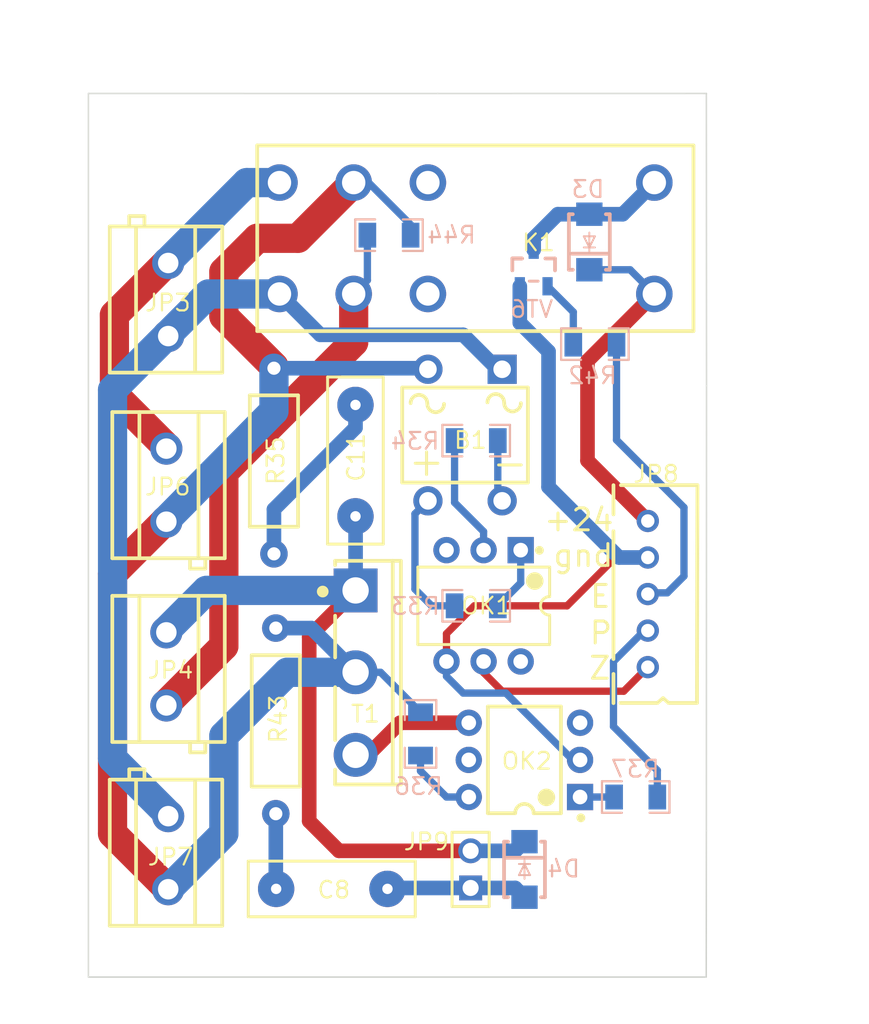
<source format=kicad_pcb>
(kicad_pcb (version 20211014) (generator pcbnew)
  (layers (0 "F.Cu" signal) (31 "B.Cu" signal) (34 "B.Paste" user) (35 "F.Paste" user) (36 "B.SilkS" user "B.Silkscreen") (37 "F.SilkS" user "F.Silkscreen") (38 "B.Mask" user) (39 "F.Mask" user) (44 "Edge.Cuts" user))
  (net 0 "")
  (net 1 "AC1_IN")
  (net 2 "HOT_GUN_AC2")
  (net 3 "AC1")
  (net 4 "GND")
  (net 5 "AC_ZERO")
  (net 6 "T1_1")
  (net 7 "T1_3")
  (net 8 "+24V")
  (net 9 "HOT_GUN_ENABLE")
  (net 10 "AC2")
  (net 11 "K1_8")
  (net 12 "GUN_POWER")
  (net 13 "OK2_6")
  (net 14 "OK1_1")
  (net 15 "B1_3")
  (net 16 "OK1_2")
  (net 17 "B1_4")
  (net 18 "VT6_2")
  (net 19 "R35_1")
  (net 20 "JP9_1")
  (net 21 "R43_1")
  (net 22 "OK2_1")
  (footprint "easyeda:R1206" (layer "F.Cu") (at 123.81 70.774 180)
    (fp_text reference "R42" (at -1.6 -2.153) (layer "B.SilkS") (effects (font (size 1.143 1.143) (thickness 0.152)) (justify left mirror)))
    (fp_text value "1k" hide)
    (fp_line (start 2.311 1.079) (end 2.311 -1.079) (layer "B.SilkS") (width 0.152))
    (fp_line (start -0.951 1.079) (end -2.311 1.079) (layer "B.SilkS") (width 0.152))
    (fp_line (start 0.951 1.079) (end 2.311 1.079) (layer "B.SilkS") (width 0.152))
    (fp_line (start -2.311 1.079) (end -2.311 -1.079) (layer "B.SilkS") (width 0.152))
    (fp_line (start 2.311 -1.079) (end 0.951 -1.079) (layer "B.SilkS") (width 0.152))
    (fp_line (start -2.311 -1.079) (end -0.951 -1.079) (layer "B.SilkS") (width 0.152))
    (pad "1" smd rect locked (at 1.479 0 180) (size 1.208 1.701) (layers "B.Cu" "B.Paste" "B.Mask") (net 18 "VT6_2"))
    (pad "2" smd rect locked (at -1.479 0 180) (size 1.208 1.701) (layers "B.Cu" "B.Paste" "B.Mask") (net 9 "HOT_GUN_ENABLE"))
  )
  (footprint "AutoGenerated:MountingHole_3.20mm" (layer "F.Cu") (at 125.969 108.619)
    (fp_text reference "" (at 0 0) (layer "F.SilkS") (effects (font (size 1.27 1.27))))
    (fp_text value "" (at 0 0) (layer "F.SilkS") (effects (font (size 1.27 1.27))))
    (pad "" np_thru_hole circle locked (at 0 0) (size 3.2 3.2) (drill 3.2) (layers *.Cu *.Mask))
  )
  (footprint "easyeda:RAD-0.3" (layer "F.Cu") (at 107.42 78.747 -90)
    (fp_text reference "C11" (at 1.542 -0.04 90) (layer "F.SilkS") (effects (font (size 1.143 1.143) (thickness 0.152)) (justify left)))
    (fp_text value "10nF" hide)
    (fp_line (start -5.72 -1.9) (end 5.71 -1.9) (layer "F.SilkS") (width 0.201))
    (fp_line (start -5.72 1.91) (end -5.72 -1.9) (layer "F.SilkS") (width 0.201))
    (fp_line (start 5.71 1.91) (end -5.72 1.91) (layer "F.SilkS") (width 0.201))
    (fp_line (start 5.71 -1.9) (end 5.71 1.91) (layer "F.SilkS") (width 0.201))
    (pad "1" thru_hole circle locked (at 3.81 0 90) (size 2.489 2.489) (drill 0.711) (layers *.Cu *.Paste *.Mask) (net 6 "T1_1"))
    (pad "2" thru_hole circle locked (at -3.81 0 90) (size 2.489 2.489) (drill 0.711) (layers *.Cu *.Paste *.Mask) (net 19 "R35_1"))
  )
  (footprint "easyeda:R1206" (layer "F.Cu") (at 115.682 88.681 180)
    (fp_text reference "R33" (at 2.392 -0.026) (layer "B.SilkS") (effects (font (size 1.143 1.143) (thickness 0.152)) (justify left mirror)))
    (fp_text value "43k" hide)
    (fp_line (start 2.311 1.079) (end 2.311 -1.079) (layer "B.SilkS") (width 0.152))
    (fp_line (start -2.311 1.079) (end -2.311 -1.079) (layer "B.SilkS") (width 0.152))
    (fp_line (start 2.311 -1.079) (end 0.951 -1.079) (layer "B.SilkS") (width 0.152))
    (fp_line (start -0.951 1.079) (end -2.311 1.079) (layer "B.SilkS") (width 0.152))
    (fp_line (start 0.951 1.079) (end 2.311 1.079) (layer "B.SilkS") (width 0.152))
    (fp_line (start -2.311 -1.079) (end -0.951 -1.079) (layer "B.SilkS") (width 0.152))
    (pad "1" smd rect locked (at 1.479 0 180) (size 1.208 1.701) (layers "B.Cu" "B.Paste" "B.Mask") (net 15 "B1_3"))
    (pad "2" smd rect locked (at -1.479 0 180) (size 1.208 1.701) (layers "B.Cu" "B.Paste" "B.Mask") (net 14 "OK1_1"))
  )
  (footprint "easyeda:R1206" (layer "F.Cu") (at 109.713 63.321 180)
    (fp_text reference "R44" (at -6.037 0.014) (layer "B.SilkS") (effects (font (size 1.143 1.143) (thickness 0.152)) (justify left mirror)))
    (fp_text value "1M" hide)
    (fp_line (start -2.311 1.079) (end -2.311 -1.079) (layer "B.SilkS") (width 0.152))
    (fp_line (start -0.951 1.079) (end -2.311 1.079) (layer "B.SilkS") (width 0.152))
    (fp_line (start 2.311 -1.079) (end 0.951 -1.079) (layer "B.SilkS") (width 0.152))
    (fp_line (start -2.311 -1.079) (end -0.951 -1.079) (layer "B.SilkS") (width 0.152))
    (fp_line (start 0.951 1.079) (end 2.311 1.079) (layer "B.SilkS") (width 0.152))
    (fp_line (start 2.311 1.079) (end 2.311 -1.079) (layer "B.SilkS") (width 0.152))
    (pad "1" smd rect locked (at 1.479 0 180) (size 1.208 1.701) (layers "B.Cu" "B.Paste" "B.Mask") (net 2 "HOT_GUN_AC2"))
    (pad "2" smd rect locked (at -1.479 0 180) (size 1.208 1.701) (layers "B.Cu" "B.Paste" "B.Mask") (net 1 "AC1_IN"))
  )
  (footprint "easyeda:R1206" (layer "F.Cu") (at 115.682 77.378)
    (fp_text reference "R34" (at -2.422 0.029) (layer "B.SilkS") (effects (font (size 1.143 1.143) (thickness 0.152)) (justify left mirror)))
    (fp_text value "43k" hide)
    (fp_line (start 2.311 -1.079) (end 0.951 -1.079) (layer "B.SilkS") (width 0.152))
    (fp_line (start -0.951 1.079) (end -2.311 1.079) (layer "B.SilkS") (width 0.152))
    (fp_line (start -2.311 -1.079) (end -0.951 -1.079) (layer "B.SilkS") (width 0.152))
    (fp_line (start 2.311 1.079) (end 2.311 -1.079) (layer "B.SilkS") (width 0.152))
    (fp_line (start 0.951 1.079) (end 2.311 1.079) (layer "B.SilkS") (width 0.152))
    (fp_line (start -2.311 1.079) (end -2.311 -1.079) (layer "B.SilkS") (width 0.152))
    (pad "1" smd rect locked (at 1.479 0) (size 1.208 1.701) (layers "B.Cu" "B.Paste" "B.Mask") (net 17 "B1_4"))
    (pad "2" smd rect locked (at -1.479 0) (size 1.208 1.701) (layers "B.Cu" "B.Paste" "B.Mask") (net 16 "OK1_2"))
  )
  (footprint "easyeda:RELAY-HT14FD-SHG" (layer "F.Cu") (at 115.047 63.534 180)
    (fp_text reference "K1" (at -3.683 -0.294) (layer "F.SilkS") (effects (font (size 1.143 1.143) (thickness 0.152)) (justify left)))
    (fp_text value "RTE24024" hide)
    (fp_line (start -15.509 -6.35) (end -15.509 6.35) (layer "F.SilkS") (width 0.254))
    (fp_line (start -15.509 -6.35) (end 14.354 -6.35) (layer "F.SilkS") (width 0.254))
    (fp_line (start -15.509 6.35) (end 14.354 6.35) (layer "F.SilkS") (width 0.254))
    (fp_line (start 14.354 -6.35) (end 14.354 6.35) (layer "F.SilkS") (width 0.254))
    (pad "1" thru_hole circle locked (at -12.83 -3.81 180) (size 2.5 2.5) (drill 1.6) (layers *.Cu *.Paste *.Mask) (net 8 "+24V"))
    (pad "2" thru_hole circle locked (at 2.67 -3.81 180) (size 2.5 2.5) (drill 1.6) (layers *.Cu *.Paste *.Mask))
    (pad "3" thru_hole circle locked (at 7.75 -3.81 180) (size 2.5 2.5) (drill 1.6) (layers *.Cu *.Paste *.Mask) (net 2 "HOT_GUN_AC2"))
    (pad "4" thru_hole circle locked (at 12.83 -3.81 180) (size 2.5 2.5) (drill 1.6) (layers *.Cu *.Paste *.Mask) (net 10 "AC2"))
    (pad "5" thru_hole circle locked (at 12.83 3.81 180) (size 2.5 2.5) (drill 1.6) (layers *.Cu *.Paste *.Mask) (net 3 "AC1"))
    (pad "6" thru_hole circle locked (at 7.75 3.81 180) (size 2.5 2.5) (drill 1.6) (layers *.Cu *.Paste *.Mask) (net 1 "AC1_IN"))
    (pad "7" thru_hole circle locked (at 2.67 3.81 180) (size 2.5 2.5) (drill 1.6) (layers *.Cu *.Paste *.Mask))
    (pad "8" thru_hole circle locked (at -12.83 3.81 180) (size 2.5 2.5) (drill 1.6) (layers *.Cu *.Paste *.Mask) (net 11 "K1_8"))
  )
  (footprint "easyeda:DIP-6_L8.5-W6.4-P2.54-LS7.6-BL" (layer "F.Cu") (at 116.19 88.681 180)
    (fp_text reference "OK1" (at 1.62 0.004) (layer "F.SilkS") (effects (font (size 1.143 1.143) (thickness 0.152)) (justify left)))
    (fp_text value "4N25M" hide)
    (fp_line (start 4.501 2.649) (end -4.524 2.649) (layer "F.SilkS") (width 0.2))
    (fp_line (start -4.524 -0.635) (end -4.524 -2.649) (layer "F.SilkS") (width 0.2))
    (fp_line (start 4.501 -2.649) (end 4.501 2.649) (layer "F.SilkS") (width 0.2))
    (fp_line (start -4.524 -2.649) (end 4.501 -2.649) (layer "F.SilkS") (width 0.2))
    (fp_line (start -4.524 2.649) (end -4.524 0.635) (layer "F.SilkS") (width 0.2))
    (fp_arc (start -3.8 1.694) (mid -3.199985 1.697485) (end -3.800008 1.699079) (layer "F.SilkS") (width 0.6))
    (fp_arc (start -3.97 3.797) (mid -3.669989 3.799688) (end -3.970012 3.79954) (layer "F.SilkS") (width 0.3))
    (fp_arc (start -4.524 -0.635) (mid -3.889 0) (end -4.524 0.635) (layer "F.SilkS") (width 0.2))
    (pad "1" thru_hole rect locked (at -2.54 3.81 270) (size 1.8 1.8) (drill 1) (layers *.Cu *.Paste *.Mask) (net 14 "OK1_1"))
    (pad "2" thru_hole circle locked (at 0 3.81 270) (size 1.8 1.8) (drill 1) (layers *.Cu *.Paste *.Mask) (net 16 "OK1_2"))
    (pad "3" thru_hole circle locked (at 2.54 3.81 270) (size 1.8 1.8) (drill 1) (layers *.Cu *.Paste *.Mask))
    (pad "4" thru_hole circle locked (at 2.54 -3.81 270) (size 1.8 1.8) (drill 1) (layers *.Cu *.Paste *.Mask) (net 4 "GND"))
    (pad "5" thru_hole circle locked (at 0 -3.81 270) (size 1.8 1.8) (drill 1) (layers *.Cu *.Paste *.Mask) (net 5 "AC_ZERO"))
    (pad "6" thru_hole circle locked (at -2.54 -3.81 270) (size 1.8 1.8) (drill 1) (layers *.Cu *.Paste *.Mask))
  )
  (footprint "easyeda:SOT-23-3_L2.9-W1.3-P1.90-LS2.4-TR" (layer "F.Cu") (at 119.619 65.567 90)
    (fp_text reference "VT6" (at -2.82 1.431) (layer "B.SilkS") (effects (font (size 1.143 1.143) (thickness 0.152)) (justify left mirror)))
    (fp_text value "2N2222" hide)
    (fp_line (start -0.9 0.3) (end -0.9 -0.3) (layer "B.SilkS") (width 0.2))
    (fp_line (start 0.65 -1.46) (end -0.165 -1.46) (layer "B.SilkS") (width 0.254))
    (fp_line (start -0.165 1.46) (end 0.65 1.46) (layer "B.SilkS") (width 0.254))
    (fp_line (start 0.65 -0.8) (end 0.65 -1.46) (layer "B.SilkS") (width 0.254))
    (fp_line (start 0.65 -0.8) (end 0.65 -1.46) (layer "B.SilkS") (width 0.254))
    (fp_line (start 0.65 -1.46) (end 0.65 -0.8) (layer "B.SilkS") (width 0.254))
    (fp_line (start 0.65 1.46) (end 0.65 0.8) (layer "B.SilkS") (width 0.254))
    (pad "1" smd rect locked (at -1.25 -0.95 180) (size 0.7 1.25) (layers "B.Cu" "B.Paste" "B.Mask") (net 4 "GND"))
    (pad "2" smd rect locked (at -1.25 0.95 180) (size 0.7 1.25) (layers "B.Cu" "B.Paste" "B.Mask") (net 18 "VT6_2"))
    (pad "3" smd rect locked (at 1.25 0 180) (size 0.7 1.25) (layers "B.Cu" "B.Paste" "B.Mask") (net 11 "K1_8"))
  )
  (footprint "AutoGenerated:MountingHole_3.20mm" (layer "F.Cu") (at 94.473 58.835)
    (fp_text reference "" (at 0 0) (layer "F.SilkS") (effects (font (size 1.27 1.27))))
    (fp_text value "" (at 0 0) (layer "F.SilkS") (effects (font (size 1.27 1.27))))
    (pad "" np_thru_hole circle locked (at 0 0) (size 3.2 3.2) (drill 3.2) (layers *.Cu *.Mask))
  )
  (footprint "easyeda:DIO-BG-TH_DF" (layer "F.Cu") (at 114.92 76.997 -90)
    (fp_text reference "B1" (at 0.35 0.85) (layer "F.SilkS") (effects (font (size 1.143 1.143) (thickness 0.152)) (justify left)))
    (fp_text value "-" (at 1.89 -1.679) (layer "F.SilkS") (effects (font (size 2.032 2.032) (thickness 0.203)) (justify left)))
    (fp_line (start -3.25 4.3) (end 3.25 4.3) (layer "F.SilkS") (width 0.254))
    (fp_line (start 3.25 -4.3) (end 3.25 4.3) (layer "F.SilkS") (width 0.254))
    (fp_line (start -3.25 -4.3) (end -3.25 4.3) (layer "F.SilkS") (width 0.254))
    (fp_line (start -3.25 -4.3) (end 3.25 -4.3) (layer "F.SilkS") (width 0.254))
    (fp_arc (start -2.181 3.726) (mid -2.75 3.157) (end -2.181 2.588) (layer "F.SilkS") (width 0.254))
    (fp_arc (start -2.182 -3.82) (mid -1.613 -3.251) (end -2.182 -2.682) (layer "F.SilkS") (width 0.254))
    (fp_arc (start -2.234 -1.534) (mid -2.803 -2.103) (end -2.234 -2.672) (layer "F.SilkS") (width 0.254))
    (fp_arc (start -2.13 1.44) (mid -1.561 2.009) (end -2.13 2.578) (layer "F.SilkS") (width 0.254))
    (pad "1" thru_hole rect locked (at -4.5 -2.54 270) (size 2 2) (drill 1.2) (layers *.Cu *.Paste *.Mask) (net 10 "AC2"))
    (pad "2" thru_hole circle locked (at -4.501 2.54 270) (size 2 2) (drill 1.2) (layers *.Cu *.Paste *.Mask) (net 1 "AC1_IN"))
    (pad "3" thru_hole circle locked (at 4.501 2.54 270) (size 2 2) (drill 1.2) (layers *.Cu *.Paste *.Mask) (net 15 "B1_3"))
    (pad "4" thru_hole circle locked (at 4.501 -2.54 270) (size 2 2) (drill 1.2) (layers *.Cu *.Paste *.Mask) (net 17 "B1_4"))
  )
  (footprint "easyeda:R1206" (layer "F.Cu") (at 126.604 101.762 180)
    (fp_text reference "R37" (at -1.726 1.925) (layer "B.SilkS") (effects (font (size 1.143 1.143) (thickness 0.152)) (justify left mirror)))
    (fp_text value "220" hide)
    (fp_line (start 0.951 1.079) (end 2.311 1.079) (layer "B.SilkS") (width 0.152))
    (fp_line (start -2.311 1.079) (end -2.311 -1.079) (layer "B.SilkS") (width 0.152))
    (fp_line (start 2.311 1.079) (end 2.311 -1.079) (layer "B.SilkS") (width 0.152))
    (fp_line (start -2.311 -1.079) (end -0.951 -1.079) (layer "B.SilkS") (width 0.152))
    (fp_line (start -0.951 1.079) (end -2.311 1.079) (layer "B.SilkS") (width 0.152))
    (fp_line (start 2.311 -1.079) (end 0.951 -1.079) (layer "B.SilkS") (width 0.152))
    (pad "1" smd rect locked (at 1.479 0 180) (size 1.208 1.701) (layers "B.Cu" "B.Paste" "B.Mask") (net 22 "OK2_1"))
    (pad "2" smd rect locked (at -1.479 0 180) (size 1.208 1.701) (layers "B.Cu" "B.Paste" "B.Mask") (net 12 "GUN_POWER"))
  )
  (footprint "easyeda:CONN-TH_P5.00_KF301-5.0-2P" (layer "F.Cu") (at 94.6 67.725 90)
    (fp_text reference "JP3" (at -0.222 -1.67) (layer "F.SilkS") (effects (font (size 1.143 1.143) (thickness 0.152)) (justify left)))
    (fp_text value "220v" hide)
    (fp_line (start 5.08 -2.667) (end 5.708 -2.667) (layer "F.SilkS") (width 0.254))
    (fp_line (start -5 -2.201) (end 5 -2.201) (layer "F.SilkS") (width 0.254))
    (fp_line (start 5.708 -1.626) (end 5.08 -1.626) (layer "F.SilkS") (width 0.254))
    (fp_line (start -5 1.845) (end 5 1.845) (layer "F.SilkS") (width 0.254))
    (fp_line (start 5 -4) (end 5 3.7) (layer "F.SilkS") (width 0.254))
    (fp_line (start -5 -4) (end 5 -4) (layer "F.SilkS") (width 0.254))
    (fp_line (start -5 -4) (end -5 3.7) (layer "F.SilkS") (width 0.254))
    (fp_line (start 5.708 -2.667) (end 5.708 -1.626) (layer "F.SilkS") (width 0.254))
    (fp_line (start -5 3.7) (end 5 3.7) (layer "F.SilkS") (width 0.254))
    (pad "1" thru_hole circle locked (at -2.5 0 90) (size 2.2 2.2) (drill 1.4) (layers *.Cu *.Paste *.Mask) (net 10 "AC2"))
    (pad "2" thru_hole circle locked (at 2.5 0 90) (size 2.2 2.2) (drill 1.4) (layers *.Cu *.Paste *.Mask) (net 3 "AC1"))
  )
  (footprint "easyeda:R1206" (layer "F.Cu") (at 111.872 97.444 90)
    (fp_text reference "R36" (at -3.583 1.618) (layer "B.SilkS") (effects (font (size 1.143 1.143) (thickness 0.152)) (justify left mirror)))
    (fp_text value "330" hide)
    (fp_line (start 2.311 1.079) (end 2.311 -1.079) (layer "B.SilkS") (width 0.152))
    (fp_line (start 2.311 -1.079) (end 0.951 -1.079) (layer "B.SilkS") (width 0.152))
    (fp_line (start 0.951 1.079) (end 2.311 1.079) (layer "B.SilkS") (width 0.152))
    (fp_line (start -0.951 1.079) (end -2.311 1.079) (layer "B.SilkS") (width 0.152))
    (fp_line (start -2.311 -1.079) (end -0.951 -1.079) (layer "B.SilkS") (width 0.152))
    (fp_line (start -2.311 1.079) (end -2.311 -1.079) (layer "B.SilkS") (width 0.152))
    (pad "1" smd rect locked (at 1.479 0 90) (size 1.208 1.701) (layers "B.Cu" "B.Paste" "B.Mask") (net 1 "AC1_IN"))
    (pad "2" smd rect locked (at -1.479 0 90) (size 1.208 1.701) (layers "B.Cu" "B.Paste" "B.Mask") (net 13 "OK2_6"))
  )
  (footprint "easyeda:DIP-6_L7.3-W6.5-P2.54-LS7.6-BL" (layer "F.Cu") (at 118.984 99.222 90)
    (fp_text reference "OK2" (at -0.075 -1.654) (layer "F.SilkS") (effects (font (size 1.143 1.143) (thickness 0.152)) (justify left)))
    (fp_text value "MOC3052" hide)
    (fp_line (start 3.65 -2.5) (end 3.65 2.5) (layer "F.SilkS") (width 0.254))
    (fp_line (start -3.65 0.635) (end -3.65 2.5) (layer "F.SilkS") (width 0.254))
    (fp_line (start -3.65 -0.635) (end -3.65 -2.5) (layer "F.SilkS") (width 0.254))
    (fp_line (start -3.65 2.5) (end 3.65 2.5) (layer "F.SilkS") (width 0.254))
    (fp_line (start -3.65 -2.5) (end 3.65 -2.5) (layer "F.SilkS") (width 0.254))
    (fp_arc (start -2.865 1.496) (mid -2.264985 1.499485) (end -2.865008 1.501079) (layer "F.SilkS") (width 0.6))
    (fp_arc (start -4.115 3.858) (mid -3.814989 3.860688) (end -4.115012 3.86054) (layer "F.SilkS") (width 0.3))
    (fp_arc (start -3.65 -0.635) (mid -3.015 0) (end -3.65 0.635) (layer "F.SilkS") (width 0.254))
    (pad "1" thru_hole rect locked (at -2.54 3.81 180) (size 1.8 1.8) (drill 1) (layers *.Cu *.Paste *.Mask) (net 22 "OK2_1"))
    (pad "2" thru_hole circle locked (at 0 3.81 180) (size 1.8 1.8) (drill 1) (layers *.Cu *.Paste *.Mask) (net 4 "GND"))
    (pad "3" thru_hole circle locked (at 2.54 3.81 180) (size 1.8 1.8) (drill 1) (layers *.Cu *.Paste *.Mask))
    (pad "4" thru_hole circle locked (at 2.54 -3.81 180) (size 1.8 1.8) (drill 1) (layers *.Cu *.Paste *.Mask) (net 7 "T1_3"))
    (pad "5" thru_hole circle locked (at 0 -3.81 180) (size 1.8 1.8) (drill 1) (layers *.Cu *.Paste *.Mask))
    (pad "6" thru_hole circle locked (at -2.54 -3.81 180) (size 1.8 1.8) (drill 1) (layers *.Cu *.Paste *.Mask) (net 13 "OK2_6"))
  )
  (footprint "easyeda:CONN-TH_P5.00_KF301-5.0-2P" (layer "F.Cu") (at 94.473 92.998 -90)
    (fp_text reference "JP4" (at 0.079 1.363) (layer "F.SilkS") (effects (font (size 1.143 1.143) (thickness 0.152)) (justify left)))
    (fp_text value "GUN" hide)
    (fp_line (start -5 -2.201) (end 5 -2.201) (layer "F.SilkS") (width 0.254))
    (fp_line (start 5.08 -2.667) (end 5.708 -2.667) (layer "F.SilkS") (width 0.254))
    (fp_line (start -5 3.7) (end 5 3.7) (layer "F.SilkS") (width 0.254))
    (fp_line (start 5 -4) (end 5 3.7) (layer "F.SilkS") (width 0.254))
    (fp_line (start -5 -4) (end -5 3.7) (layer "F.SilkS") (width 0.254))
    (fp_line (start 5.708 -1.626) (end 5.08 -1.626) (layer "F.SilkS") (width 0.254))
    (fp_line (start 5.708 -2.667) (end 5.708 -1.626) (layer "F.SilkS") (width 0.254))
    (fp_line (start -5 -4) (end 5 -4) (layer "F.SilkS") (width 0.254))
    (fp_line (start -5 1.845) (end 5 1.845) (layer "F.SilkS") (width 0.254))
    (pad "1" thru_hole circle locked (at -2.5 0 270) (size 2.2 2.2) (drill 1.4) (layers *.Cu *.Paste *.Mask) (net 6 "T1_1"))
    (pad "2" thru_hole circle locked (at 2.5 0 270) (size 2.2 2.2) (drill 1.4) (layers *.Cu *.Paste *.Mask) (net 2 "HOT_GUN_AC2"))
  )
  (footprint "easyeda:CONN-TH_P5.00_KF301-5.0-2P" (layer "F.Cu") (at 94.6 105.571 90)
    (fp_text reference "JP7" (at -0.286 -1.49) (layer "F.SilkS") (effects (font (size 1.143 1.143) (thickness 0.152)) (justify left)))
    (fp_text value "TO AC-DC 24v" hide)
    (fp_line (start -5 1.845) (end 5 1.845) (layer "F.SilkS") (width 0.254))
    (fp_line (start 5 -4) (end 5 3.7) (layer "F.SilkS") (width 0.254))
    (fp_line (start 5.08 -2.667) (end 5.708 -2.667) (layer "F.SilkS") (width 0.254))
    (fp_line (start -5 -4) (end -5 3.7) (layer "F.SilkS") (width 0.254))
    (fp_line (start -5 3.7) (end 5 3.7) (layer "F.SilkS") (width 0.254))
    (fp_line (start 5.708 -2.667) (end 5.708 -1.626) (layer "F.SilkS") (width 0.254))
    (fp_line (start -5 -4) (end 5 -4) (layer "F.SilkS") (width 0.254))
    (fp_line (start -5 -2.201) (end 5 -2.201) (layer "F.SilkS") (width 0.254))
    (fp_line (start 5.708 -1.626) (end 5.08 -1.626) (layer "F.SilkS") (width 0.254))
    (pad "1" thru_hole circle locked (at -2.5 0 90) (size 2.2 2.2) (drill 1.4) (layers *.Cu *.Paste *.Mask) (net 1 "AC1_IN"))
    (pad "2" thru_hole circle locked (at 2.5 0 90) (size 2.2 2.2) (drill 1.4) (layers *.Cu *.Paste *.Mask) (net 10 "AC2"))
  )
  (footprint "easyeda:R_AXIAL-0.5" (layer "F.Cu") (at 101.966 96.554 90)
    (fp_text reference "R43" (at -1.633 0.164 90) (layer "F.SilkS") (effects (font (size 1.143 1.143) (thickness 0.152)) (justify left)))
    (fp_text value "1.8k" hide)
    (fp_line (start 4.496 1.651) (end -4.496 1.651) (layer "F.SilkS") (width 0.254))
    (fp_line (start 4.496 -1.651) (end 4.496 1.651) (layer "F.SilkS") (width 0.254))
    (fp_line (start -4.496 -1.651) (end 4.496 -1.651) (layer "F.SilkS") (width 0.254))
    (fp_line (start -4.496 1.651) (end -4.496 -1.651) (layer "F.SilkS") (width 0.254))
    (pad "1" thru_hole circle locked (at -6.35 0 90) (size 1.88 1.88) (drill 0.899) (layers *.Cu *.Paste *.Mask) (net 21 "R43_1"))
    (pad "2" thru_hole circle locked (at 6.35 0 90) (size 1.88 1.88) (drill 0.899) (layers *.Cu *.Paste *.Mask) (net 1 "AC1_IN"))
  )
  (footprint "easyeda:SMAF_L3.5-W2.6-LS4.7-RD" (layer "F.Cu") (at 118.99 106.717 90)
    (fp_text reference "D4" (at 0.048 3.893) (layer "B.SilkS") (effects (font (size 1.143 1.143) (thickness 0.152)) (justify left mirror)))
    (fp_text value "1N4001F" hide)
    (fp_line (start 0.374 0) (end 0.374 0.381) (layer "B.SilkS") (width 0.127))
    (fp_line (start 0.8 1.2) (end 0.8 -1.299) (layer "B.SilkS") (width 0.254))
    (fp_line (start 1.9 -1.4) (end -1.9 -1.4) (layer "B.SilkS") (width 0.254))
    (fp_line (start 1.9 1.4) (end -1.9 1.4) (layer "B.SilkS") (width 0.254))
    (fp_line (start 1.9 1.131) (end 1.9 1.4) (layer "B.SilkS") (width 0.254))
    (fp_line (start -0.388 0) (end -0.388 0.381) (layer "B.SilkS") (width 0.127))
    (fp_line (start -0.388 0.381) (end 0.374 0) (layer "B.SilkS") (width 0.127))
    (fp_line (start -0.388 -0.381) (end 0.374 0) (layer "B.SilkS") (width 0.127))
    (fp_line (start -1.9 1.131) (end -1.9 1.4) (layer "B.SilkS") (width 0.254))
    (fp_line (start 0.374 0) (end 0.374 -0.381) (layer "B.SilkS") (width 0.127))
    (fp_line (start -0.388 0) (end -0.388 -0.381) (layer "B.SilkS") (width 0.127))
    (fp_line (start -1.9 -1.4) (end -1.9 -1.131) (layer "B.SilkS") (width 0.254))
    (fp_line (start -0.642 0) (end 0.628 0) (layer "B.SilkS") (width 0.127))
    (fp_line (start 1.9 -1.4) (end 1.9 -1.131) (layer "B.SilkS") (width 0.254))
    (pad "1" smd rect locked (at 1.9 0 270) (size 1.6 1.8) (layers "B.Cu" "B.Paste" "B.Mask") (net 6 "T1_1"))
    (pad "2" smd rect locked (at -1.9 0 270) (size 1.6 1.8) (layers "B.Cu" "B.Paste" "B.Mask") (net 20 "JP9_1"))
  )
  (footprint "easyeda:R_AXIAL-0.5" (layer "F.Cu") (at 101.839 78.774 90)
    (fp_text reference "R35" (at -1.733 0.121 90) (layer "F.SilkS") (effects (font (size 1.143 1.143) (thickness 0.152)) (justify left)))
    (fp_text value "39R" hide)
    (fp_line (start 4.496 -1.651) (end 4.496 1.651) (layer "F.SilkS") (width 0.254))
    (fp_line (start 4.496 1.651) (end -4.496 1.651) (layer "F.SilkS") (width 0.254))
    (fp_line (start -4.496 1.651) (end -4.496 -1.651) (layer "F.SilkS") (width 0.254))
    (fp_line (start -4.496 -1.651) (end 4.496 -1.651) (layer "F.SilkS") (width 0.254))
    (pad "1" thru_hole circle locked (at -6.35 0 90) (size 1.88 1.88) (drill 0.899) (layers *.Cu *.Paste *.Mask) (net 19 "R35_1"))
    (pad "2" thru_hole circle locked (at 6.35 0 90) (size 1.88 1.88) (drill 0.899) (layers *.Cu *.Paste *.Mask) (net 1 "AC1_IN"))
  )
  (footprint "easyeda:RAD-0.3" (layer "F.Cu") (at 105.8 108.047)
    (fp_text reference "C8" (at -1.08 0.068) (layer "F.SilkS") (effects (font (size 1.143 1.143) (thickness 0.152)) (justify left)))
    (fp_text value "100nF" hide)
    (fp_line (start 5.71 -1.9) (end 5.71 1.91) (layer "F.SilkS") (width 0.201))
    (fp_line (start -5.72 -1.9) (end 5.71 -1.9) (layer "F.SilkS") (width 0.201))
    (fp_line (start 5.71 1.91) (end -5.72 1.91) (layer "F.SilkS") (width 0.201))
    (fp_line (start -5.72 1.91) (end -5.72 -1.9) (layer "F.SilkS") (width 0.201))
    (pad "1" thru_hole circle locked (at 3.81 0 180) (size 2.489 2.489) (drill 0.711) (layers *.Cu *.Paste *.Mask) (net 20 "JP9_1"))
    (pad "2" thru_hole circle locked (at -3.81 0 180) (size 2.489 2.489) (drill 0.711) (layers *.Cu *.Paste *.Mask) (net 21 "R43_1"))
  )
  (footprint "easyeda:CONN-TH_P5.00_KF301-5.0-2P" (layer "F.Cu") (at 94.473 80.425 -90)
    (fp_text reference "JP6" (at 0.112 1.553) (layer "F.SilkS") (effects (font (size 1.143 1.143) (thickness 0.152)) (justify left)))
    (fp_text value "Main Switch" hide)
    (fp_line (start 5.708 -1.626) (end 5.08 -1.626) (layer "F.SilkS") (width 0.254))
    (fp_line (start 5.08 -2.667) (end 5.708 -2.667) (layer "F.SilkS") (width 0.254))
    (fp_line (start -5 1.845) (end 5 1.845) (layer "F.SilkS") (width 0.254))
    (fp_line (start 5 -4) (end 5 3.7) (layer "F.SilkS") (width 0.254))
    (fp_line (start -5 3.7) (end 5 3.7) (layer "F.SilkS") (width 0.254))
    (fp_line (start -5 -4) (end -5 3.7) (layer "F.SilkS") (width 0.254))
    (fp_line (start -5 -4) (end 5 -4) (layer "F.SilkS") (width 0.254))
    (fp_line (start -5 -2.201) (end 5 -2.201) (layer "F.SilkS") (width 0.254))
    (fp_line (start 5.708 -2.667) (end 5.708 -1.626) (layer "F.SilkS") (width 0.254))
    (pad "1" thru_hole circle locked (at -2.5 0 270) (size 2.2 2.2) (drill 1.4) (layers *.Cu *.Paste *.Mask) (net 3 "AC1"))
    (pad "2" thru_hole circle locked (at 2.5 0 270) (size 2.2 2.2) (drill 1.4) (layers *.Cu *.Paste *.Mask) (net 1 "AC1_IN"))
  )
  (footprint "easyeda:HDR-M-2.54_1X2" (layer "F.Cu") (at 115.301 106.714 90)
    (fp_text reference "JP9" (at 1.897 -4.671) (layer "F.SilkS") (effects (font (size 1.143 1.143) (thickness 0.152)) (justify left)))
    (fp_text value "LED" hide)
    (fp_line (start -2.54 1.27) (end -2.54 -1.27) (layer "F.SilkS") (width 0.203))
    (fp_line (start 2.54 1.27) (end -2.54 1.27) (layer "F.SilkS") (width 0.203))
    (fp_line (start -2.54 -1.27) (end -0.635 -1.27) (layer "F.SilkS") (width 0.203))
    (fp_line (start 2.54 -1.27) (end -0.635 -1.27) (layer "F.SilkS") (width 0.203))
    (fp_line (start 2.54 -1.27) (end 2.54 1.27) (layer "F.SilkS") (width 0.203))
    (pad "1" thru_hole rect locked (at -1.27 0 90) (size 1.7 1.575) (drill 1.1) (layers *.Cu *.Paste *.Mask) (net 20 "JP9_1"))
    (pad "2" thru_hole circle locked (at 1.27 0 90) (size 1.7 1.7) (drill 1.1) (layers *.Cu *.Paste *.Mask) (net 6 "T1_1"))
  )
  (footprint "easyeda:SMAF_L3.5-W2.6-LS4.7-RD" (layer "F.Cu") (at 123.429 63.788 -90)
    (fp_text reference "D3" (at -3.611 -1.121) (layer "B.SilkS") (effects (font (size 1.143 1.143) (thickness 0.152)) (justify left mirror)))
    (fp_text value "1N4001" hide)
    (fp_line (start -0.642 0) (end 0.628 0) (layer "B.SilkS") (width 0.127))
    (fp_line (start -0.388 0.381) (end 0.374 0) (layer "B.SilkS") (width 0.127))
    (fp_line (start -1.9 1.131) (end -1.9 1.4) (layer "B.SilkS") (width 0.254))
    (fp_line (start 1.9 -1.4) (end -1.9 -1.4) (layer "B.SilkS") (width 0.254))
    (fp_line (start 1.9 1.4) (end -1.9 1.4) (layer "B.SilkS") (width 0.254))
    (fp_line (start 1.9 -1.4) (end 1.9 -1.131) (layer "B.SilkS") (width 0.254))
    (fp_line (start -0.388 0) (end -0.388 0.381) (layer "B.SilkS") (width 0.127))
    (fp_line (start 0.374 0) (end 0.374 -0.381) (layer "B.SilkS") (width 0.127))
    (fp_line (start -0.388 0) (end -0.388 -0.381) (layer "B.SilkS") (width 0.127))
    (fp_line (start -0.388 -0.381) (end 0.374 0) (layer "B.SilkS") (width 0.127))
    (fp_line (start 0.374 0) (end 0.374 0.381) (layer "B.SilkS") (width 0.127))
    (fp_line (start 1.9 1.131) (end 1.9 1.4) (layer "B.SilkS") (width 0.254))
    (fp_line (start -1.9 -1.4) (end -1.9 -1.131) (layer "B.SilkS") (width 0.254))
    (fp_line (start 0.8 1.2) (end 0.8 -1.299) (layer "B.SilkS") (width 0.254))
    (pad "1" smd rect locked (at 1.9 0 90) (size 1.6 1.8) (layers "B.Cu" "B.Paste" "B.Mask") (net 8 "+24V"))
    (pad "2" smd rect locked (at -1.9 0 90) (size 1.6 1.8) (layers "B.Cu" "B.Paste" "B.Mask") (net 11 "K1_8"))
  )
  (footprint "easyeda:JST-XH-TH-5-2.5" (layer "F.Cu") (at 125.08 80.425 -90)
    (fp_text reference "JP8" (at -0.762 -1.27) (layer "F.SilkS") (effects (font (size 1.143 1.143) (thickness 0.152)) (justify left)))
    (fp_text value "INTERFACE" hide)
    (fp_line (start 14.9 -5.715) (end 14.9 -3.775) (layer "F.SilkS") (width 0.254))
    (fp_line (start 0 0) (end 2 0) (layer "F.SilkS") (width 0.254))
    (fp_line (start 0 -5.75) (end 0 -0.508) (layer "F.SilkS") (width 0.254))
    (fp_line (start 12.914 0) (end 14.914 0) (layer "F.SilkS") (width 0.254))
    (fp_line (start 3.15 0) (end 11.9 0) (layer "F.SilkS") (width 0.254))
    (fp_line (start 14.9 -3.013) (end 14.9 -0.473) (layer "F.SilkS") (width 0.254))
    (fp_line (start 14.9 -3.775) (end 14.571 -3.394) (layer "F.SilkS") (width 0.254))
    (fp_line (start 0 -5.75) (end 14.9 -5.715) (layer "F.SilkS") (width 0.254))
    (fp_line (start 14.571 -3.394) (end 14.9 -3.013) (layer "F.SilkS") (width 0.254))
    (pad "1" thru_hole circle locked (at 12.45 -2.35 270) (size 1.524 1.524) (drill 0.914) (layers *.Cu *.Paste *.Mask) (net 5 "AC_ZERO"))
    (pad "2" thru_hole circle locked (at 9.95 -2.35 270) (size 1.524 1.524) (drill 0.914) (layers *.Cu *.Paste *.Mask) (net 12 "GUN_POWER"))
    (pad "3" thru_hole circle locked (at 7.45 -2.35 270) (size 1.524 1.524) (drill 0.914) (layers *.Cu *.Paste *.Mask) (net 9 "HOT_GUN_ENABLE"))
    (pad "4" thru_hole circle locked (at 4.95 -2.35 270) (size 1.524 1.524) (drill 0.914) (layers *.Cu *.Paste *.Mask) (net 4 "GND"))
    (pad "5" thru_hole circle locked (at 2.45 -2.35 270) (size 1.524 1.524) (drill 0.914) (layers *.Cu *.Paste *.Mask) (net 8 "+24V"))
  )
  (footprint "easyeda:TOP3_L15.3-W4.5-P5.60-L" (layer "F.Cu") (at 107.427 93.253 -90)
    (fp_text reference "T1" (at 2.824 0.407) (layer "F.SilkS") (effects (font (size 1.143 1.143) (thickness 0.152)) (justify left)))
    (fp_text value "BTA41-600BRG" hide)
    (fp_line (start 7.65 1.4) (end 7.65 -3.1) (layer "F.SilkS") (width 0.254))
    (fp_line (start 7.65 -3.1) (end -7.65 -3.1) (layer "F.SilkS") (width 0.254))
    (fp_line (start -7.65 -2.54) (end 7.65 -2.54) (layer "F.SilkS") (width 0.254))
    (fp_line (start 0.991 1.4) (end 4.609 1.4) (layer "F.SilkS") (width 0.254))
    (fp_line (start -3.894 1.4) (end -1.041 1.4) (layer "F.SilkS") (width 0.254))
    (fp_line (start -7.65 -3.1) (end -7.65 1.4) (layer "F.SilkS") (width 0.254))
    (fp_line (start -7.65 1.4) (end -7.356 1.4) (layer "F.SilkS") (width 0.254))
    (fp_line (start 6.641 1.4) (end 7.65 1.4) (layer "F.SilkS") (width 0.254))
    (fp_arc (start -5.547 2.05) (mid -5.549688 2.450009) (end -5.549541 2.049991) (layer "F.SilkS") (width 0.4))
    (pad "1" thru_hole rect locked (at -5.625 0 270) (size 3 3) (drill 1.8) (layers *.Cu *.Paste *.Mask) (net 6 "T1_1"))
    (pad "2" thru_hole oval locked (at -0.025 0 270) (size 3 3) (drill 1.8) (layers *.Cu *.Paste *.Mask) (net 1 "AC1_IN"))
    (pad "3" thru_hole oval locked (at 5.625 0 270) (size 3 3) (drill 1.8) (layers *.Cu *.Paste *.Mask) (net 7 "T1_3"))
  )
  (gr_line (start 89.139 114.08) (end 89.139 53.628) (layer "Edge.Cuts") (width 0.1))
  (gr_line (start 89.139 53.628) (end 113.051 53.629) (layer "Edge.Cuts") (width 0.1))
  (gr_line (start 131.43 114.08) (end 89.139 114.08) (layer "Edge.Cuts") (width 0.1))
  (gr_line (start 131.45 73.627) (end 131.44 53.627) (layer "Edge.Cuts") (width 0.1))
  (gr_line (start 131.45 73.627) (end 131.44 104.077) (layer "Edge.Cuts") (width 0.1))
  (gr_line (start 113.051 53.629) (end 131.44 53.627) (layer "Edge.Cuts") (width 0.1))
  (gr_line (start 131.43 114.08) (end 131.44 104.077) (layer "Edge.Cuts") (width 0.1))
  (gr_text "P" (at 123.34 90.537) (layer "F.SilkS") (effects (font (size 1.5 1.5) (thickness 0.203)) (justify left)))
  (gr_text "Z" (at 123.3 92.947) (layer "F.SilkS") (effects (font (size 1.5 1.5) (thickness 0.203)) (justify left)))
  (gr_text "+24" (at 120.22 82.797) (layer "F.SilkS") (effects (font (size 1.5 1.5) (thickness 0.203)) (justify left)))
  (gr_text "E" (at 123.37 88.037) (layer "F.SilkS") (effects (font (size 1.5 1.5) (thickness 0.203)) (justify left)))
  (gr_text "gnd" (at 120.85 85.237) (layer "F.SilkS") (effects (font (size 1.5 1.5) (thickness 0.203)) (justify left)))
  (gr_text "+" (at 112.13 80.317 90) (layer "F.SilkS") (effects (font (size 2.032 2.032) (thickness 0.203)) (justify left)))
  (segment (start 98.41 65.82) (end 98.41 68.868) (width 2) (layer "F.Cu") (net 1))
  (segment (start 103.487 63.535) (end 100.696 63.535) (width 2) (layer "F.Cu") (net 1))
  (segment (start 100.696 63.535) (end 98.41 65.821) (width 2) (layer "F.Cu") (net 1))
  (segment (start 107.297 59.725) (end 103.487 63.535) (width 2) (layer "F.Cu") (net 1))
  (segment (start 90.79 86.481) (end 90.79 104.261) (width 2) (layer "F.Cu") (net 1))
  (segment (start 90.79 104.261) (end 94.473 107.944) (width 2) (layer "F.Cu") (net 1))
  (segment (start 94.473 82.798) (end 90.79 86.481) (width 2) (layer "F.Cu") (net 1))
  (segment (start 98.41 68.868) (end 101.839 72.297) (width 2) (layer "F.Cu") (net 1))
  (segment (start 112.308 72.424) (end 112.38 72.496) (width 1) (layer "B.Cu") (net 1))
  (segment (start 101.839 72.424) (end 112.308 72.424) (width 1) (layer "B.Cu") (net 1))
  (segment (start 107.297 59.725) (end 108.316 59.725) (width 0.5) (layer "B.Cu") (net 1))
  (segment (start 102.752 93.228) (end 98.41 97.57) (width 2) (layer "B.Cu") (net 1))
  (segment (start 111.191 62.6) (end 111.191 63.321) (width 0.5) (layer "B.Cu") (net 1))
  (segment (start 101.839 75.345) (end 101.839 72.424) (width 2) (layer "B.Cu") (net 1))
  (segment (start 94.473 82.798) (end 101.839 75.345) (width 2) (layer "B.Cu") (net 1))
  (segment (start 112.379 72.497) (end 112.38 72.496) (width 1) (layer "B.Cu") (net 1))
  (segment (start 109.135 93.228) (end 107.427 93.228) (width 0.5) (layer "B.Cu") (net 1))
  (segment (start 107.426 93.228) (end 102.752 93.228) (width 2) (layer "B.Cu") (net 1))
  (segment (start 101.839 72.425) (end 101.839 72.424) (width 1) (layer "B.Cu") (net 1))
  (segment (start 107.427 93.227) (end 104.404 90.204) (width 1) (layer "B.Cu") (net 1))
  (segment (start 98.41 104.261) (end 94.6 108.071) (width 2) (layer "B.Cu") (net 1))
  (segment (start 98.41 97.57) (end 98.41 104.261) (width 2) (layer "B.Cu") (net 1))
  (segment (start 108.316 59.725) (end 111.191 62.6) (width 0.5) (layer "B.Cu") (net 1))
  (segment (start 111.872 95.965) (end 109.135 93.228) (width 0.5) (layer "B.Cu") (net 1))
  (segment (start 104.404 90.204) (end 101.966 90.204) (width 1) (layer "B.Cu") (net 1))
  (segment (start 101.839 72.424) (end 101.912 72.497) (width 1) (layer "B.Cu") (net 1))
  (segment (start 98.41 91.434) (end 94.473 95.371) (width 2) (layer "F.Cu") (net 2))
  (segment (start 107.297 70.649) (end 98.41 79.537) (width 2) (layer "F.Cu") (net 2))
  (segment (start 107.297 67.345) (end 107.297 70.649) (width 2) (layer "F.Cu") (net 2))
  (segment (start 98.41 79.537) (end 98.41 91.434) (width 2) (layer "F.Cu") (net 2))
  (segment (start 108.234 66.407) (end 107.297 67.344) (width 0.5) (layer "B.Cu") (net 2))
  (segment (start 108.234 63.321) (end 108.234 66.407) (width 0.5) (layer "B.Cu") (net 2))
  (segment (start 94.473 65.225) (end 90.917 68.781) (width 2) (layer "F.Cu") (net 3))
  (segment (start 94.6 65.225) (end 94.473 65.225) (width 2) (layer "F.Cu") (net 3))
  (segment (start 90.917 74.242) (end 94.473 77.798) (width 2) (layer "F.Cu") (net 3))
  (segment (start 90.917 68.781) (end 90.917 74.242) (width 2) (layer "F.Cu") (net 3))
  (segment (start 99.975 59.725) (end 102.217 59.725) (width 2) (layer "B.Cu") (net 3))
  (segment (start 94.6 65.225) (end 94.6 65.1) (width 2) (layer "B.Cu") (net 3))
  (segment (start 94.6 65.1) (end 99.975 59.725) (width 2) (layer "B.Cu") (net 3))
  (segment (start 121.905 88.681) (end 115.555 88.681) (width 0.5) (layer "F.Cu") (net 4))
  (segment (start 115.555 88.681) (end 113.65 90.586) (width 0.5) (layer "F.Cu") (net 4))
  (segment (start 127.429 85.376) (end 125.21 85.376) (width 0.5) (layer "F.Cu") (net 4))
  (segment (start 125.21 85.376) (end 121.905 88.681) (width 0.5) (layer "F.Cu") (net 4))
  (segment (start 113.65 90.586) (end 113.65 92.491) (width 0.5) (layer "F.Cu") (net 4))
  (segment (start 113.65 93.507) (end 114.793 94.65) (width 0.5) (layer "B.Cu") (net 4))
  (segment (start 118.669 69.316) (end 120.635 71.282) (width 1) (layer "B.Cu") (net 4))
  (segment (start 117.714 94.65) (end 122.286 99.222) (width 0.5) (layer "B.Cu") (net 4))
  (segment (start 120.635 80.553) (end 125.458 85.376) (width 1) (layer "B.Cu") (net 4))
  (segment (start 118.669 66.816) (end 118.669 69.316) (width 1) (layer "B.Cu") (net 4))
  (segment (start 120.635 71.282) (end 120.635 80.553) (width 1) (layer "B.Cu") (net 4))
  (segment (start 114.793 94.65) (end 117.714 94.65) (width 0.5) (layer "B.Cu") (net 4))
  (segment (start 122.286 99.222) (end 122.794 99.222) (width 0.5) (layer "B.Cu") (net 4))
  (segment (start 125.458 85.376) (end 127.429 85.376) (width 1) (layer "B.Cu") (net 4))
  (segment (start 113.65 92.491) (end 113.65 93.507) (width 0.5) (layer "B.Cu") (net 4))
  (segment (start 116.19 92.491) (end 116.19 93.253) (width 0.5) (layer "F.Cu") (net 5))
  (segment (start 125.784 94.523) (end 127.429 92.874) (width 0.5) (layer "F.Cu") (net 5))
  (segment (start 116.19 93.253) (end 117.46 94.523) (width 0.5) (layer "F.Cu") (net 5))
  (segment (start 117.46 94.523) (end 125.784 94.523) (width 0.5) (layer "F.Cu") (net 5))
  (segment (start 106.284 105.445) (end 104.252 103.413) (width 1) (layer "F.Cu") (net 6))
  (segment (start 104.252 103.413) (end 104.252 90.802) (width 1) (layer "F.Cu") (net 6))
  (segment (start 104.252 90.802) (end 107.427 87.627) (width 1) (layer "F.Cu") (net 6))
  (segment (start 115.301 105.445) (end 106.284 105.445) (width 1) (layer "F.Cu") (net 6))
  (segment (start 118.363 105.444) (end 118.99 104.817) (width 1) (layer "B.Cu") (net 6))
  (segment (start 115.301 105.444) (end 118.363 105.444) (width 1) (layer "B.Cu") (net 6))
  (segment (start 97.217 87.627) (end 94.473 90.371) (width 2) (layer "B.Cu") (net 6))
  (segment (start 107.427 82.564) (end 107.427 87.627) (width 1) (layer "B.Cu") (net 6))
  (segment (start 107.427 87.627) (end 97.217 87.627) (width 2) (layer "B.Cu") (net 6))
  (segment (start 107.42 82.557) (end 107.427 82.564) (width 1) (layer "B.Cu") (net 6))
  (segment (start 110.475 96.681) (end 115.174 96.681) (width 1) (layer "F.Cu") (net 7))
  (segment (start 108.279 98.877) (end 110.475 96.681) (width 1) (layer "F.Cu") (net 7))
  (segment (start 107.427 98.877) (end 108.279 98.877) (width 1) (layer "F.Cu") (net 7))
  (segment (start 123.302 78.747) (end 127.429 82.874) (width 1) (layer "F.Cu") (net 8))
  (segment (start 127.877 67.345) (end 123.302 71.919) (width 1) (layer "F.Cu") (net 8))
  (segment (start 123.302 71.919) (end 123.302 78.747) (width 1) (layer "F.Cu") (net 8))
  (segment (start 127.877 67.344) (end 126.221 65.688) (width 0.5) (layer "B.Cu") (net 8))
  (segment (start 126.221 65.688) (end 123.429 65.688) (width 0.5) (layer "B.Cu") (net 8))
  (segment (start 127.513 87.792) (end 128.763 87.792) (width 0.5) (layer "B.Cu") (net 9))
  (segment (start 125.289 77.332) (end 129.906 81.95) (width 0.5) (layer "B.Cu") (net 9))
  (segment (start 128.763 87.792) (end 129.906 86.649) (width 0.5) (layer "B.Cu") (net 9))
  (segment (start 127.429 87.875) (end 127.513 87.792) (width 0.5) (layer "B.Cu") (net 9))
  (segment (start 129.906 86.649) (end 129.906 81.95) (width 0.5) (layer "B.Cu") (net 9))
  (segment (start 125.289 70.774) (end 125.289 77.332) (width 0.5) (layer "B.Cu") (net 9))
  (segment (start 90.79 99.134) (end 94.6 102.944) (width 2) (layer "B.Cu") (net 10))
  (segment (start 90.79 73.908) (end 90.79 99.134) (width 2) (layer "B.Cu") (net 10))
  (segment (start 102.217 67.344) (end 97.354 67.344) (width 2) (layer "B.Cu") (net 10))
  (segment (start 94.6 70.098) (end 90.79 73.908) (width 2) (layer "B.Cu") (net 10))
  (segment (start 114.793 70.139) (end 117.15 72.496) (width 1) (layer "B.Cu") (net 10))
  (segment (start 97.354 67.344) (end 94.6 70.098) (width 2) (layer "B.Cu") (net 10))
  (segment (start 117.15 72.496) (end 117.46 72.496) (width 1) (layer "B.Cu") (net 10))
  (segment (start 102.217 67.345) (end 105.011 70.139) (width 1) (layer "B.Cu") (net 10))
  (segment (start 105.011 70.139) (end 114.793 70.139) (width 1) (layer "B.Cu") (net 10))
  (segment (start 119.619 63.535) (end 121.265 61.889) (width 1) (layer "B.Cu") (net 11))
  (segment (start 119.619 64.317) (end 119.619 63.535) (width 1) (layer "B.Cu") (net 11))
  (segment (start 125.713 61.888) (end 123.429 61.888) (width 1) (layer "B.Cu") (net 11))
  (segment (start 127.877 59.724) (end 125.713 61.888) (width 1) (layer "B.Cu") (net 11))
  (segment (start 121.265 61.889) (end 123.429 61.889) (width 1) (layer "B.Cu") (net 11))
  (segment (start 128.082 101.762) (end 128.082 99.938) (width 0.5) (layer "B.Cu") (net 12))
  (segment (start 128.082 99.938) (end 125.08 96.936) (width 0.5) (layer "B.Cu") (net 12))
  (segment (start 125.08 96.936) (end 125.08 92.491) (width 0.5) (layer "B.Cu") (net 12))
  (segment (start 125.08 92.491) (end 127.196 90.375) (width 0.5) (layer "B.Cu") (net 12))
  (segment (start 127.196 90.375) (end 127.429 90.375) (width 0.5) (layer "B.Cu") (net 12))
  (segment (start 111.872 99.984) (end 113.65 101.762) (width 0.5) (layer "B.Cu") (net 13))
  (segment (start 113.65 101.762) (end 115.174 101.762) (width 0.5) (layer "B.Cu") (net 13))
  (segment (start 111.872 98.922) (end 111.872 99.984) (width 0.5) (layer "B.Cu") (net 13))
  (segment (start 118.73 87.111) (end 118.73 84.871) (width 0.5) (layer "B.Cu") (net 14))
  (segment (start 117.161 88.681) (end 118.73 87.111) (width 0.5) (layer "B.Cu") (net 14))
  (segment (start 111.491 82.387) (end 111.491 87.538) (width 0.5) (layer "B.Cu") (net 15))
  (segment (start 111.491 87.538) (end 112.634 88.681) (width 0.5) (layer "B.Cu") (net 15))
  (segment (start 112.38 81.498) (end 111.491 82.387) (width 0.5) (layer "B.Cu") (net 15))
  (segment (start 112.634 88.681) (end 114.204 88.681) (width 0.5) (layer "B.Cu") (net 15))
  (segment (start 116.19 83.601) (end 116.19 84.871) (width 0.5) (layer "B.Cu") (net 16))
  (segment (start 114.204 77.378) (end 114.204 81.614) (width 0.5) (layer "B.Cu") (net 16))
  (segment (start 114.204 81.614) (end 116.19 83.601) (width 0.5) (layer "B.Cu") (net 16))
  (segment (start 117.161 77.378) (end 117.161 81.198) (width 0.5) (layer "B.Cu") (net 17))
  (segment (start 117.161 81.198) (end 117.46 81.498) (width 0.5) (layer "B.Cu") (net 17))
  (segment (start 120.569 66.816) (end 122.331 68.579) (width 0.5) (layer "B.Cu") (net 18))
  (segment (start 122.331 68.579) (end 122.331 70.774) (width 0.5) (layer "B.Cu") (net 18))
  (segment (start 107.328 74.937) (end 107.3 74.965) (width 1) (layer "B.Cu") (net 19))
  (segment (start 101.839 85.125) (end 101.839 82.077) (width 1) (layer "B.Cu") (net 19))
  (segment (start 101.839 82.077) (end 107.42 76.496) (width 1) (layer "B.Cu") (net 19))
  (segment (start 107.42 76.496) (end 107.42 74.937) (width 1) (layer "B.Cu") (net 19))
  (segment (start 115.301 107.984) (end 118.357 107.984) (width 1) (layer "B.Cu") (net 20))
  (segment (start 118.357 107.984) (end 118.99 108.617) (width 1) (layer "B.Cu") (net 20))
  (segment (start 109.61 108.047) (end 109.673 107.984) (width 1) (layer "B.Cu") (net 20))
  (segment (start 109.673 107.984) (end 115.301 107.984) (width 1) (layer "B.Cu") (net 20))
  (segment (start 109.84 108.238) (end 109.641 108.238) (width 1) (layer "B.Cu") (net 20))
  (segment (start 101.966 108.023) (end 101.99 108.047) (width 0.25) (layer "B.Cu") (net 21))
  (segment (start 101.966 102.904) (end 101.966 108.023) (width 1) (layer "B.Cu") (net 21))
  (segment (start 122.794 101.762) (end 125.125 101.762) (width 0.5) (layer "B.Cu") (net 22))
)
</source>
